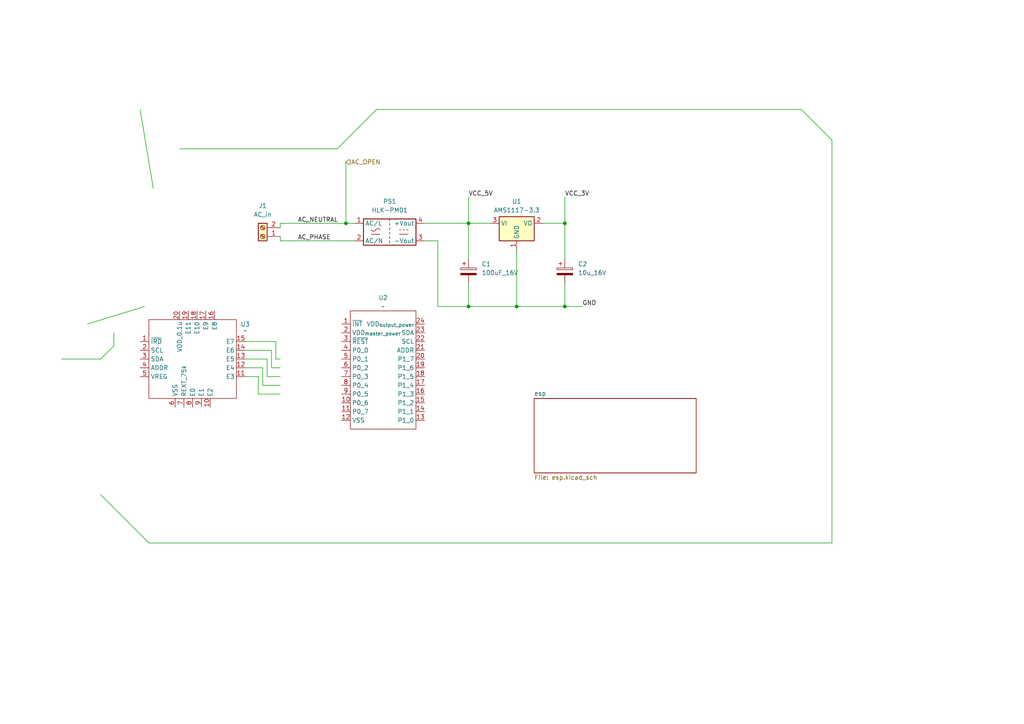
<source format=kicad_sch>
(kicad_sch (version 20231120) (generator "eeschema") (generator_version "8.0")
  (paper "A4")
  (lib_symbols
    (symbol "Connector:Screw_Terminal_01x02" (pin_names (offset 1.016) hide)
      (property "Reference" "J" (at 0 2.54 0))
      (property "Value" "Screw_Terminal_01x02" (at 0 -5.08 0))
      (symbol "Screw_Terminal_01x02_1_1"
        (rectangle (start -1.27 1.27) (end 1.27 -3.81) (stroke (width 0.254)) (fill (type background)))
        (circle (center 0 -2.54) (radius 0.635) (stroke (width 0.1524)))
        (polyline (pts (xy -0.5334 -2.2098) (xy 0.3302 -3.048)) (stroke (width 0.1524)))
        (polyline (pts (xy -0.5334 0.3302) (xy 0.3302 -0.508)) (stroke (width 0.1524)))
        (polyline (pts (xy -0.3556 -2.032) (xy 0.508 -2.8702)) (stroke (width 0.1524)))
        (polyline (pts (xy -0.3556 0.508) (xy 0.508 -0.3302)) (stroke (width 0.1524)))
        (circle (center 0 0) (radius 0.635) (stroke (width 0.1524)))
        (pin passive line (at -5.08 0 0) (length 3.81) (name "Pin_1") (number "1"))
        (pin passive line (at -5.08 -2.54 0) (length 3.81) (name "Pin_2") (number "2"))
      )
    )
    (symbol "Converter_ACDC:HLK-PM01"
      (property "Reference" "PS1" (at 0 8.89 0))
      (property "Value" "HLK-PM01" (at 0 6.35 0))
      (symbol "HLK-PM01_0_1"
        (arc (start -5.334 0.635) (mid -4.699 0.2495) (end -4.064 0.635))
        (arc (start -2.794 0.635) (mid -3.429 1.0072) (end -4.064 0.635))
        (polyline (pts (xy -5.334 -0.635) (xy -2.794 -0.635)))
        (polyline (pts (xy 0 -2.54) (xy 0 -3.175)))
        (polyline (pts (xy 0 -1.27) (xy 0 -1.905)))
        (polyline (pts (xy 0 0) (xy 0 -0.635)))
        (polyline (pts (xy 0 1.27) (xy 0 0.635)))
        (polyline (pts (xy 0 2.54) (xy 0 1.905)))
        (polyline (pts (xy 0 3.81) (xy 0 3.175)))
        (polyline (pts (xy 2.794 -0.635) (xy 5.334 -0.635)))
        (polyline (pts (xy 2.794 0.635) (xy 3.302 0.635)))
        (polyline (pts (xy 3.81 0.635) (xy 4.318 0.635)))
        (polyline (pts (xy 4.826 0.635) (xy 5.334 0.635)))
      )
      (symbol "HLK-PM01_1_1"
        (rectangle (start -7.62 3.81) (end 7.62 -3.81) (stroke (width 0.254)))
        (pin power_in line (at -10.16 2.54 0) (length 2.54) (name "AC/L") (number "1"))
        (pin power_in line (at -10.16 -2.54 0) (length 2.54) (name "AC/N") (number "2"))
        (pin power_out line (at 10.16 -2.54 180) (length 2.54) (name "-Vout") (number "3"))
        (pin power_out line (at 10.16 2.54 180) (length 2.54) (name "+Vout") (number "4"))
      )
    )
    (symbol "Device:C_Polarized" (pin_numbers hide) (pin_names (offset 0.254))
      (property "Reference" "C" (at 0.635 2.54 0))
      (property "Value" "C_Polarized" (at 0.635 -2.54 0))
      (symbol "C_Polarized_0_1"
        (rectangle (start -2.286 0.508) (end 2.286 1.016))
        (polyline (pts (xy -1.778 2.286) (xy -0.762 2.286)))
        (polyline (pts (xy -1.27 2.794) (xy -1.27 1.778)))
        (rectangle (start 2.286 -0.508) (end -2.286 -1.016) (fill (type outline)))
      )
      (symbol "C_Polarized_1_1"
        (pin passive line (at 0 3.81 270) (length 2.794) (name "~") (number "1"))
        (pin passive line (at 0 -3.81 90) (length 2.794) (name "~") (number "2"))
      )
    )
    (symbol "Regulator_Linear:AMS1117-3.3"
      (property "Reference" "U" (at -3.81 3.175 0))
      (property "Value" "AMS1117-3.3" (at 0 3.175 0))
      (symbol "AMS1117-3.3_0_1"
        (rectangle (start -5.08 -5.08) (end 5.08 1.905) (stroke (width 0.254)) (fill (type background)))
      )
      (symbol "AMS1117-3.3_1_1"
        (pin power_in line (at 0 -7.62 90) (length 2.54) (name "GND") (number "1"))
        (pin power_out line (at 7.62 0 180) (length 2.54) (name "VO") (number "2"))
        (pin power_in line (at -7.62 0 0) (length 2.54) (name "VI") (number "3"))
      )
    )
    (symbol "fevino:mpr121"
      (property "Reference" "U" (at 0 0 0))
      (symbol "mpr121_0_0"
        (pin bidirectional line (at 3.81 -13.97 90) (length 2.54) (name "E2") (number "10"))
        (pin bidirectional line (at 13.97 -5.08 180) (length 2.54) (name "E3") (number "11"))
        (pin bidirectional line (at 13.97 -2.54 180) (length 2.54) (name "E4") (number "12"))
        (pin bidirectional line (at 13.97 0 180) (length 2.54) (name "E5") (number "13"))
        (pin bidirectional line (at 13.97 2.54 180) (length 2.54) (name "E6") (number "14"))
        (pin bidirectional line (at 13.97 5.08 180) (length 2.54) (name "E7") (number "15"))
        (pin bidirectional line (at 5.08 13.97 270) (length 2.54) (name "E8") (number "16"))
        (pin bidirectional line (at 2.54 13.97 270) (length 2.54) (name "E9") (number "17"))
        (pin bidirectional line (at 0 13.97 270) (length 2.54) (name "E10") (number "18"))
        (pin bidirectional line (at -2.54 13.97 270) (length 2.54) (name "E11") (number "19"))
        (pin input line (at -16.51 2.54 0) (length 2.54) (name "SCL") (number "2"))
        (pin input line (at -5.08 13.97 270) (length 2.54) (name "VDD_0.1u") (number "20"))
        (pin input line (at -16.51 0 0) (length 2.54) (name "SDA") (number "3"))
        (pin input line (at -16.51 -2.54 0) (length 2.54) (name "ADDR") (number "4"))
        (pin input line (at -16.51 -5.08 0) (length 2.54) (name "VREG") (number "5"))
        (pin input line (at -6.35 -13.97 90) (length 2.54) (name "VSS") (number "6"))
        (pin input line (at -3.81 -13.97 90) (length 2.54) (name "REXT_75k") (number "7"))
        (pin tri_state line (at -1.27 -13.97 90) (length 2.54) (name "E0") (number "8"))
        (pin bidirectional line (at 1.27 -13.97 90) (length 2.54) (name "E1") (number "9"))
      )
      (symbol "mpr121_0_1"
        (rectangle (start -13.97 11.43) (end 11.43 -11.43))
      )
      (symbol "mpr121_1_0"
        (pin output line (at -16.51 5.08 0) (length 2.54) (name "~{IRD}") (number "1"))
      )
    )
    (symbol "fevino:pcal"
      (property "Reference" "U" (at -5.842 -18.542 0))
      (symbol "pcal_0_0"
        (pin bidirectional line (at -12.7 -6.35 0) (length 2.54) (name "P0_6") (number "10"))
        (pin bidirectional line (at -12.7 -8.89 0) (length 2.54) (name "P0_7") (number "11"))
        (pin power_in line (at -12.7 -11.43 0) (length 2.54) (name "VSS") (number "12"))
        (pin bidirectional line (at 11.43 -11.43 180) (length 2.54) (name "P1_0") (number "13"))
        (pin bidirectional line (at 11.43 -8.89 180) (length 2.54) (name "P1_1") (number "14"))
        (pin bidirectional line (at 11.43 -6.35 180) (length 2.54) (name "P1_2") (number "15"))
        (pin bidirectional line (at 11.43 -3.81 180) (length 2.54) (name "P1_3") (number "16"))
        (pin bidirectional line (at 11.43 -1.27 180) (length 2.54) (name "P1_4") (number "17"))
        (pin bidirectional line (at 11.43 1.27 180) (length 2.54) (name "P1_5") (number "18"))
        (pin bidirectional line (at 11.43 3.81 180) (length 2.54) (name "P1_6") (number "19"))
        (pin bidirectional line (at 11.43 6.35 180) (length 2.54) (name "P1_7") (number "20"))
        (pin input line (at 11.43 8.89 180) (length 2.54) (name "ADDR") (number "21"))
        (pin input line (at 11.43 11.43 180) (length 2.54) (name "SCL") (number "22"))
        (pin input line (at 11.43 13.97 180) (length 2.54) (name "SDA") (number "23"))
        (pin bidirectional line (at -12.7 8.89 0) (length 2.54) (name "P0_0") (number "4"))
        (pin bidirectional line (at -12.7 6.35 0) (length 2.54) (name "P0_1") (number "5"))
        (pin bidirectional line (at -12.7 3.81 0) (length 2.54) (name "P0_2") (number "6"))
        (pin bidirectional line (at -12.7 1.27 0) (length 2.54) (name "P0_3") (number "7"))
        (pin bidirectional line (at -12.7 -1.27 0) (length 2.54) (name "P0_4") (number "8"))
        (pin bidirectional line (at -12.7 -3.81 0) (length 2.54) (name "P0_5") (number "9"))
      )
      (symbol "pcal_0_1"
        (rectangle (start -10.16 20.32) (end 8.89 -13.97))
      )
      (symbol "pcal_1_0"
        (pin output line (at -12.7 16.51 0) (length 2.54) (name "~{INT}") (number "1"))
        (pin power_in line (at -12.7 13.97 0) (length 2.54) (name "VDD_{master_power}") (number "2"))
        (pin power_in line (at 11.43 16.51 180) (length 2.54) (name "VDD_{output_power}") (number "24"))
        (pin input line (at -12.7 11.43 0) (length 2.54) (name "~{REST}") (number "3"))
      )
    )
  )
  (junction (at 100.33 64.77))
  (junction (at 135.89 88.9))
  (junction (at 149.86 88.9))
  (junction (at 163.83 88.9))
  (junction (at 135.89 64.77))
  (junction (at 163.83 64.77))
  (wire (pts (xy 76.2 106.68) (xy 71.12 106.68)))
  (wire (pts (xy 163.83 88.9) (xy 168.91 88.9)))
  (wire (pts (xy 80.01 104.14) (xy 80.01 99.06)))
  (wire (pts (xy 77.47 104.14) (xy 71.12 104.14)))
  (wire (pts (xy 232.41 31.75) (xy 241.3 40.64)))
  (wire (pts (xy 78.74 106.68) (xy 78.74 101.6)))
  (wire (pts (xy 77.47 109.22) (xy 77.47 104.14)))
  (wire (pts (xy 100.33 46.99) (xy 100.33 64.77)))
  (wire (pts (xy 135.89 57.15) (xy 135.89 64.77)))
  (wire (pts (xy 123.19 69.85) (xy 127 69.85)))
  (wire (pts (xy 40.64 31.75) (xy 44.45 54.61)))
  (wire (pts (xy 149.86 88.9) (xy 163.83 88.9)))
  (wire (pts (xy 241.3 40.64) (xy 241.3 157.48)))
  (wire (pts (xy 77.47 109.22) (xy 81.28 109.22)))
  (wire (pts (xy 74.93 114.3) (xy 74.93 109.22)))
  (wire (pts (xy 149.86 72.39) (xy 149.86 88.9)))
  (wire (pts (xy 127 88.9) (xy 135.89 88.9)))
  (wire (pts (xy 127 69.85) (xy 127 88.9)))
  (wire (pts (xy 25.4 93.98) (xy 41.91 88.9)))
  (wire (pts (xy 33.02 100.33) (xy 29.21 104.14)))
  (wire (pts (xy 74.93 109.22) (xy 71.12 109.22)))
  (wire (pts (xy 81.28 64.77) (xy 81.28 66.04)))
  (wire (pts (xy 29.21 143.51) (xy 43.18 157.48)))
  (wire (pts (xy 80.01 99.06) (xy 71.12 99.06)))
  (wire (pts (xy 17.78 104.14) (xy 29.21 104.14)))
  (wire (pts (xy 135.89 88.9) (xy 149.86 88.9)))
  (wire (pts (xy 74.93 114.3) (xy 81.28 114.3)))
  (wire (pts (xy 163.83 64.77) (xy 157.48 64.77)))
  (wire (pts (xy 97.79 43.18) (xy 109.22 31.75)))
  (wire (pts (xy 163.83 74.93) (xy 163.83 64.77)))
  (wire (pts (xy 163.83 57.15) (xy 163.83 64.77)))
  (wire (pts (xy 52.07 43.18) (xy 97.79 43.18)))
  (wire (pts (xy 76.2 111.76) (xy 81.28 111.76)))
  (wire (pts (xy 81.28 68.58) (xy 81.28 69.85)))
  (wire (pts (xy 163.83 88.9) (xy 163.83 82.55)))
  (wire (pts (xy 135.89 64.77) (xy 135.89 74.93)))
  (wire (pts (xy 81.28 69.85) (xy 102.87 69.85)))
  (wire (pts (xy 102.87 64.77) (xy 100.33 64.77)))
  (wire (pts (xy 109.22 31.75) (xy 232.41 31.75)))
  (wire (pts (xy 135.89 82.55) (xy 135.89 88.9)))
  (wire (pts (xy 135.89 64.77) (xy 142.24 64.77)))
  (wire (pts (xy 123.19 64.77) (xy 135.89 64.77)))
  (wire (pts (xy 78.74 106.68) (xy 81.28 106.68)))
  (wire (pts (xy 33.02 96.52) (xy 33.02 100.33)))
  (wire (pts (xy 78.74 101.6) (xy 71.12 101.6)))
  (wire (pts (xy 100.33 64.77) (xy 81.28 64.77)))
  (wire (pts (xy 76.2 111.76) (xy 76.2 106.68)))
  (wire (pts (xy 80.01 104.14) (xy 81.28 104.14)))
  (wire (pts (xy 241.3 157.48) (xy 43.18 157.48)))
  (label "AC_PHASE" (at 86.36 69.85 0))
  (label "GND" (at 168.91 88.9 0))
  (label "VCC_3V" (at 163.83 57.15 0))
  (label "AC_NEUTRAL" (at 86.36 64.77 0))
  (label "VCC_5V" (at 135.89 57.15 0))
  (hierarchical_label "AC_OPEN" (shape input) (at 100.33 46.99 0))
  (symbol (lib_id "Connector:Screw_Terminal_01x02") (at 76.2 68.58 180) (unit 1)
    (property "Reference" "J1" (at 76.2 59.69 0))
    (property "Value" "AC_in" (at 76.2 62.23 0))
    (property "Footprint" "TerminalBlock_Phoenix:TerminalBlock_Phoenix_MKDS-1,5-2-5.08_1x02_P5.08mm_Horizontal" (effects (hide yes)))
    (property "Description" "Generic screw terminal, single row, 01x02, script generated (kicad-library-utils/schlib/autogen/connector/)" (effects (hide yes)))
  )
  (symbol (lib_id "fevino:mpr121") (at 57.15 104.14 0) (unit 1)
    (property "Reference" "U3" (at 71.12 94.0114 0))
    (property "Value" "~" (at 71.12 95.9165 0))
    (property "Footprint" "fevino:mpr121" (effects (hide yes)))
    (property "Datasheet" "https://www.sparkfun.com/datasheets/Components/MPR121.pdf" (effects (hide yes)))
  )
  (symbol (lib_id "Converter_ACDC:HLK-PM01") (at 113.03 67.31 0) (unit 1)
    (property "Reference" "PS1" (at 113.03 58.42 0))
    (property "Value" "HLK-PM01" (at 113.03 60.96 0))
    (property "Footprint" "fevino:pm01" (effects (hide yes)))
    (property "Datasheet" "https://h.hlktech.com/download/ACDC%E7%94%B5%E6%BA%90%E6%A8%A1%E5%9D%973W%E7%B3%BB%E5%88%97/1/%E6%B5%B7%E5%87%8C%E7%A7%913W%E7%B3%BB%E5%88%97%E7%94%B5%E6%BA%90%E6%A8%A1%E5%9D%97%E8%A7%84%E6%A0%BC%E4%B9%A6V2.8.pdf" (effects (hide yes)))
    (property "Description" "Compact AC/DC board mount power module 3W 5V" (effects (hide yes)))
  )
  (symbol (lib_id "Device:C_Polarized") (at 163.83 78.74 0) (unit 1)
    (property "Reference" "C2" (at 167.64 76.5809 0) (effects (justify left)))
    (property "Value" "10u_16V" (at 167.64 79.1209 0) (effects (justify left)))
    (property "Footprint" "Capacitor_SMD:CP_Elec_4x4.5" (effects (hide yes)))
    (property "Description" "Polarized capacitor" (effects (hide yes)))
  )
  (symbol (lib_id "Regulator_Linear:AMS1117-3.3") (at 149.86 64.77 0) (unit 1)
    (property "Reference" "U1" (at 149.86 58.42 0))
    (property "Value" "AMS1117-3.3" (at 149.86 60.96 0))
    (property "Footprint" "Package_TO_SOT_SMD:SOT-223-3_TabPin2" (effects (hide yes)))
    (property "Datasheet" "http://www.advanced-monolithic.com/pdf/ds1117.pdf" (effects (hide yes)))
    (property "Description" "1A Low Dropout regulator, positive, 3.3V fixed output, SOT-223" (effects (hide yes)))
  )
  (symbol (lib_id "Device:C_Polarized") (at 135.89 78.74 0) (unit 1)
    (property "Reference" "C1" (at 139.7 76.5809 0) (effects (justify left)))
    (property "Value" "100uF_16V" (at 139.7 79.1209 0) (effects (justify left)))
    (property "Footprint" "Capacitor_SMD:CP_Elec_4x4.5" (effects (hide yes)))
    (property "Description" "Polarized capacitor" (effects (hide yes)))
  )
  (symbol (lib_id "fevino:pcal") (at 111.76 110.49 0) (unit 1)
    (property "Reference" "U2" (at 111.125 86.36 0))
    (property "Value" "~" (at 111.125 88.9 0))
    (property "Footprint" "fevino:pcal" (effects (hide yes)))
    (property "Datasheet" "https://www.nxp.com/docs/en/data-sheet/PCAL6416A.pdf" (effects (hide yes)))
  )
  (sheet (at 154.94 115.57) (size 46.99 21.59) (stroke (width 0.1524))
    (property "Sheetname" "esp" (at 154.94 114.8584 0) (effects (justify left bottom)))
    (property "Sheetfile" "esp.kicad_sch" (at 154.94 137.7446 0) (effects (justify left top)))
  )
)
</source>
